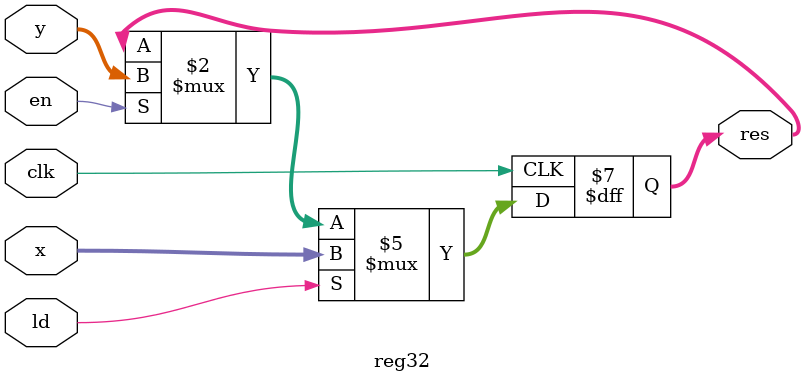
<source format=sv>
module mdc_s(
    input ld, clk,
    input [31:0] i_a, i_b,
    output[31:0] res,
    output done);

    wire [31:0] a,b, a_i_a, b_i_b;
    wire en_a, en_b;

    assign a_i_a = a - b;
    assign b_i_b = b - a;
    // assign en_a = a >= b;
    assign en_a = a <= b;
    // assign en_b = b > a;
    assign en_b = b < a;

    // reg32 instance1 (ld, clk, en_a, i_a, a_i_a, a);
    reg32 instance1 (ld, clk, en_b, i_a, a_i_a, a);
    // reg32 instance2 (ld, clk, en_b, i_b, b_i_b, b);
    reg32 instance2 (ld, clk, en_a, i_b, b_i_b, b);

    assign res = a + b;
    assign done = !(a && b);

endmodule

module reg32(
    input ld, clk,en,
    input [31:0] x,y,
    output reg [31:0] res);

    always @(posedge clk)begin
        if(ld)
            res <= x;
        else if(en)
            res <= y;
    end



endmodule
</source>
